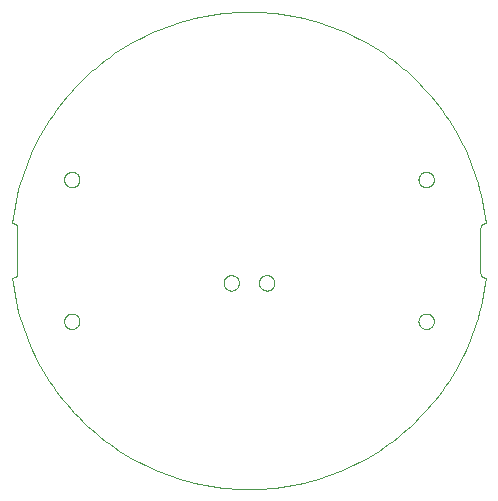
<source format=gko>
G75*
%MOIN*%
%OFA0B0*%
%FSLAX25Y25*%
%IPPOS*%
%LPD*%
%AMOC8*
5,1,8,0,0,1.08239X$1,22.5*
%
%ADD10C,0.00000*%
%ADD11C,0.00039*%
D10*
X0044163Y0082549D02*
X0044165Y0082650D01*
X0044171Y0082751D01*
X0044181Y0082852D01*
X0044195Y0082952D01*
X0044213Y0083051D01*
X0044235Y0083150D01*
X0044260Y0083248D01*
X0044290Y0083345D01*
X0044323Y0083440D01*
X0044360Y0083534D01*
X0044401Y0083627D01*
X0044445Y0083718D01*
X0044493Y0083807D01*
X0044545Y0083894D01*
X0044600Y0083979D01*
X0044658Y0084061D01*
X0044719Y0084142D01*
X0044784Y0084220D01*
X0044851Y0084295D01*
X0044921Y0084367D01*
X0044995Y0084437D01*
X0045071Y0084504D01*
X0045149Y0084568D01*
X0045230Y0084628D01*
X0045313Y0084685D01*
X0045399Y0084739D01*
X0045487Y0084790D01*
X0045576Y0084837D01*
X0045667Y0084881D01*
X0045760Y0084920D01*
X0045855Y0084957D01*
X0045950Y0084989D01*
X0046047Y0085018D01*
X0046146Y0085042D01*
X0046244Y0085063D01*
X0046344Y0085080D01*
X0046444Y0085093D01*
X0046545Y0085102D01*
X0046646Y0085107D01*
X0046747Y0085108D01*
X0046848Y0085105D01*
X0046949Y0085098D01*
X0047050Y0085087D01*
X0047150Y0085072D01*
X0047249Y0085053D01*
X0047348Y0085030D01*
X0047445Y0085004D01*
X0047542Y0084973D01*
X0047637Y0084939D01*
X0047730Y0084901D01*
X0047823Y0084859D01*
X0047913Y0084814D01*
X0048002Y0084765D01*
X0048088Y0084713D01*
X0048172Y0084657D01*
X0048255Y0084598D01*
X0048334Y0084536D01*
X0048412Y0084471D01*
X0048486Y0084403D01*
X0048558Y0084331D01*
X0048627Y0084258D01*
X0048693Y0084181D01*
X0048756Y0084102D01*
X0048816Y0084020D01*
X0048872Y0083936D01*
X0048925Y0083850D01*
X0048975Y0083762D01*
X0049021Y0083672D01*
X0049064Y0083581D01*
X0049103Y0083487D01*
X0049138Y0083392D01*
X0049169Y0083296D01*
X0049197Y0083199D01*
X0049221Y0083101D01*
X0049241Y0083002D01*
X0049257Y0082902D01*
X0049269Y0082801D01*
X0049277Y0082701D01*
X0049281Y0082600D01*
X0049281Y0082498D01*
X0049277Y0082397D01*
X0049269Y0082297D01*
X0049257Y0082196D01*
X0049241Y0082096D01*
X0049221Y0081997D01*
X0049197Y0081899D01*
X0049169Y0081802D01*
X0049138Y0081706D01*
X0049103Y0081611D01*
X0049064Y0081517D01*
X0049021Y0081426D01*
X0048975Y0081336D01*
X0048925Y0081248D01*
X0048872Y0081162D01*
X0048816Y0081078D01*
X0048756Y0080996D01*
X0048693Y0080917D01*
X0048627Y0080840D01*
X0048558Y0080767D01*
X0048486Y0080695D01*
X0048412Y0080627D01*
X0048334Y0080562D01*
X0048255Y0080500D01*
X0048172Y0080441D01*
X0048088Y0080385D01*
X0048001Y0080333D01*
X0047913Y0080284D01*
X0047823Y0080239D01*
X0047730Y0080197D01*
X0047637Y0080159D01*
X0047542Y0080125D01*
X0047445Y0080094D01*
X0047348Y0080068D01*
X0047249Y0080045D01*
X0047150Y0080026D01*
X0047050Y0080011D01*
X0046949Y0080000D01*
X0046848Y0079993D01*
X0046747Y0079990D01*
X0046646Y0079991D01*
X0046545Y0079996D01*
X0046444Y0080005D01*
X0046344Y0080018D01*
X0046244Y0080035D01*
X0046146Y0080056D01*
X0046047Y0080080D01*
X0045950Y0080109D01*
X0045855Y0080141D01*
X0045760Y0080178D01*
X0045667Y0080217D01*
X0045576Y0080261D01*
X0045487Y0080308D01*
X0045399Y0080359D01*
X0045313Y0080413D01*
X0045230Y0080470D01*
X0045149Y0080530D01*
X0045071Y0080594D01*
X0044995Y0080661D01*
X0044921Y0080731D01*
X0044851Y0080803D01*
X0044784Y0080878D01*
X0044719Y0080956D01*
X0044658Y0081037D01*
X0044600Y0081119D01*
X0044545Y0081204D01*
X0044493Y0081291D01*
X0044445Y0081380D01*
X0044401Y0081471D01*
X0044360Y0081564D01*
X0044323Y0081658D01*
X0044290Y0081753D01*
X0044260Y0081850D01*
X0044235Y0081948D01*
X0044213Y0082047D01*
X0044195Y0082146D01*
X0044181Y0082246D01*
X0044171Y0082347D01*
X0044165Y0082448D01*
X0044163Y0082549D01*
X0044163Y0129793D02*
X0044165Y0129894D01*
X0044171Y0129995D01*
X0044181Y0130096D01*
X0044195Y0130196D01*
X0044213Y0130295D01*
X0044235Y0130394D01*
X0044260Y0130492D01*
X0044290Y0130589D01*
X0044323Y0130684D01*
X0044360Y0130778D01*
X0044401Y0130871D01*
X0044445Y0130962D01*
X0044493Y0131051D01*
X0044545Y0131138D01*
X0044600Y0131223D01*
X0044658Y0131305D01*
X0044719Y0131386D01*
X0044784Y0131464D01*
X0044851Y0131539D01*
X0044921Y0131611D01*
X0044995Y0131681D01*
X0045071Y0131748D01*
X0045149Y0131812D01*
X0045230Y0131872D01*
X0045313Y0131929D01*
X0045399Y0131983D01*
X0045487Y0132034D01*
X0045576Y0132081D01*
X0045667Y0132125D01*
X0045760Y0132164D01*
X0045855Y0132201D01*
X0045950Y0132233D01*
X0046047Y0132262D01*
X0046146Y0132286D01*
X0046244Y0132307D01*
X0046344Y0132324D01*
X0046444Y0132337D01*
X0046545Y0132346D01*
X0046646Y0132351D01*
X0046747Y0132352D01*
X0046848Y0132349D01*
X0046949Y0132342D01*
X0047050Y0132331D01*
X0047150Y0132316D01*
X0047249Y0132297D01*
X0047348Y0132274D01*
X0047445Y0132248D01*
X0047542Y0132217D01*
X0047637Y0132183D01*
X0047730Y0132145D01*
X0047823Y0132103D01*
X0047913Y0132058D01*
X0048002Y0132009D01*
X0048088Y0131957D01*
X0048172Y0131901D01*
X0048255Y0131842D01*
X0048334Y0131780D01*
X0048412Y0131715D01*
X0048486Y0131647D01*
X0048558Y0131575D01*
X0048627Y0131502D01*
X0048693Y0131425D01*
X0048756Y0131346D01*
X0048816Y0131264D01*
X0048872Y0131180D01*
X0048925Y0131094D01*
X0048975Y0131006D01*
X0049021Y0130916D01*
X0049064Y0130825D01*
X0049103Y0130731D01*
X0049138Y0130636D01*
X0049169Y0130540D01*
X0049197Y0130443D01*
X0049221Y0130345D01*
X0049241Y0130246D01*
X0049257Y0130146D01*
X0049269Y0130045D01*
X0049277Y0129945D01*
X0049281Y0129844D01*
X0049281Y0129742D01*
X0049277Y0129641D01*
X0049269Y0129541D01*
X0049257Y0129440D01*
X0049241Y0129340D01*
X0049221Y0129241D01*
X0049197Y0129143D01*
X0049169Y0129046D01*
X0049138Y0128950D01*
X0049103Y0128855D01*
X0049064Y0128761D01*
X0049021Y0128670D01*
X0048975Y0128580D01*
X0048925Y0128492D01*
X0048872Y0128406D01*
X0048816Y0128322D01*
X0048756Y0128240D01*
X0048693Y0128161D01*
X0048627Y0128084D01*
X0048558Y0128011D01*
X0048486Y0127939D01*
X0048412Y0127871D01*
X0048334Y0127806D01*
X0048255Y0127744D01*
X0048172Y0127685D01*
X0048088Y0127629D01*
X0048001Y0127577D01*
X0047913Y0127528D01*
X0047823Y0127483D01*
X0047730Y0127441D01*
X0047637Y0127403D01*
X0047542Y0127369D01*
X0047445Y0127338D01*
X0047348Y0127312D01*
X0047249Y0127289D01*
X0047150Y0127270D01*
X0047050Y0127255D01*
X0046949Y0127244D01*
X0046848Y0127237D01*
X0046747Y0127234D01*
X0046646Y0127235D01*
X0046545Y0127240D01*
X0046444Y0127249D01*
X0046344Y0127262D01*
X0046244Y0127279D01*
X0046146Y0127300D01*
X0046047Y0127324D01*
X0045950Y0127353D01*
X0045855Y0127385D01*
X0045760Y0127422D01*
X0045667Y0127461D01*
X0045576Y0127505D01*
X0045487Y0127552D01*
X0045399Y0127603D01*
X0045313Y0127657D01*
X0045230Y0127714D01*
X0045149Y0127774D01*
X0045071Y0127838D01*
X0044995Y0127905D01*
X0044921Y0127975D01*
X0044851Y0128047D01*
X0044784Y0128122D01*
X0044719Y0128200D01*
X0044658Y0128281D01*
X0044600Y0128363D01*
X0044545Y0128448D01*
X0044493Y0128535D01*
X0044445Y0128624D01*
X0044401Y0128715D01*
X0044360Y0128808D01*
X0044323Y0128902D01*
X0044290Y0128997D01*
X0044260Y0129094D01*
X0044235Y0129192D01*
X0044213Y0129291D01*
X0044195Y0129390D01*
X0044181Y0129490D01*
X0044171Y0129591D01*
X0044165Y0129692D01*
X0044163Y0129793D01*
X0097313Y0095344D02*
X0097315Y0095445D01*
X0097321Y0095546D01*
X0097331Y0095647D01*
X0097345Y0095747D01*
X0097363Y0095846D01*
X0097385Y0095945D01*
X0097410Y0096043D01*
X0097440Y0096140D01*
X0097473Y0096235D01*
X0097510Y0096329D01*
X0097551Y0096422D01*
X0097595Y0096513D01*
X0097643Y0096602D01*
X0097695Y0096689D01*
X0097750Y0096774D01*
X0097808Y0096856D01*
X0097869Y0096937D01*
X0097934Y0097015D01*
X0098001Y0097090D01*
X0098071Y0097162D01*
X0098145Y0097232D01*
X0098221Y0097299D01*
X0098299Y0097363D01*
X0098380Y0097423D01*
X0098463Y0097480D01*
X0098549Y0097534D01*
X0098637Y0097585D01*
X0098726Y0097632D01*
X0098817Y0097676D01*
X0098910Y0097715D01*
X0099005Y0097752D01*
X0099100Y0097784D01*
X0099197Y0097813D01*
X0099296Y0097837D01*
X0099394Y0097858D01*
X0099494Y0097875D01*
X0099594Y0097888D01*
X0099695Y0097897D01*
X0099796Y0097902D01*
X0099897Y0097903D01*
X0099998Y0097900D01*
X0100099Y0097893D01*
X0100200Y0097882D01*
X0100300Y0097867D01*
X0100399Y0097848D01*
X0100498Y0097825D01*
X0100595Y0097799D01*
X0100692Y0097768D01*
X0100787Y0097734D01*
X0100880Y0097696D01*
X0100973Y0097654D01*
X0101063Y0097609D01*
X0101152Y0097560D01*
X0101238Y0097508D01*
X0101322Y0097452D01*
X0101405Y0097393D01*
X0101484Y0097331D01*
X0101562Y0097266D01*
X0101636Y0097198D01*
X0101708Y0097126D01*
X0101777Y0097053D01*
X0101843Y0096976D01*
X0101906Y0096897D01*
X0101966Y0096815D01*
X0102022Y0096731D01*
X0102075Y0096645D01*
X0102125Y0096557D01*
X0102171Y0096467D01*
X0102214Y0096376D01*
X0102253Y0096282D01*
X0102288Y0096187D01*
X0102319Y0096091D01*
X0102347Y0095994D01*
X0102371Y0095896D01*
X0102391Y0095797D01*
X0102407Y0095697D01*
X0102419Y0095596D01*
X0102427Y0095496D01*
X0102431Y0095395D01*
X0102431Y0095293D01*
X0102427Y0095192D01*
X0102419Y0095092D01*
X0102407Y0094991D01*
X0102391Y0094891D01*
X0102371Y0094792D01*
X0102347Y0094694D01*
X0102319Y0094597D01*
X0102288Y0094501D01*
X0102253Y0094406D01*
X0102214Y0094312D01*
X0102171Y0094221D01*
X0102125Y0094131D01*
X0102075Y0094043D01*
X0102022Y0093957D01*
X0101966Y0093873D01*
X0101906Y0093791D01*
X0101843Y0093712D01*
X0101777Y0093635D01*
X0101708Y0093562D01*
X0101636Y0093490D01*
X0101562Y0093422D01*
X0101484Y0093357D01*
X0101405Y0093295D01*
X0101322Y0093236D01*
X0101238Y0093180D01*
X0101151Y0093128D01*
X0101063Y0093079D01*
X0100973Y0093034D01*
X0100880Y0092992D01*
X0100787Y0092954D01*
X0100692Y0092920D01*
X0100595Y0092889D01*
X0100498Y0092863D01*
X0100399Y0092840D01*
X0100300Y0092821D01*
X0100200Y0092806D01*
X0100099Y0092795D01*
X0099998Y0092788D01*
X0099897Y0092785D01*
X0099796Y0092786D01*
X0099695Y0092791D01*
X0099594Y0092800D01*
X0099494Y0092813D01*
X0099394Y0092830D01*
X0099296Y0092851D01*
X0099197Y0092875D01*
X0099100Y0092904D01*
X0099005Y0092936D01*
X0098910Y0092973D01*
X0098817Y0093012D01*
X0098726Y0093056D01*
X0098637Y0093103D01*
X0098549Y0093154D01*
X0098463Y0093208D01*
X0098380Y0093265D01*
X0098299Y0093325D01*
X0098221Y0093389D01*
X0098145Y0093456D01*
X0098071Y0093526D01*
X0098001Y0093598D01*
X0097934Y0093673D01*
X0097869Y0093751D01*
X0097808Y0093832D01*
X0097750Y0093914D01*
X0097695Y0093999D01*
X0097643Y0094086D01*
X0097595Y0094175D01*
X0097551Y0094266D01*
X0097510Y0094359D01*
X0097473Y0094453D01*
X0097440Y0094548D01*
X0097410Y0094645D01*
X0097385Y0094743D01*
X0097363Y0094842D01*
X0097345Y0094941D01*
X0097331Y0095041D01*
X0097321Y0095142D01*
X0097315Y0095243D01*
X0097313Y0095344D01*
X0109124Y0095344D02*
X0109126Y0095445D01*
X0109132Y0095546D01*
X0109142Y0095647D01*
X0109156Y0095747D01*
X0109174Y0095846D01*
X0109196Y0095945D01*
X0109221Y0096043D01*
X0109251Y0096140D01*
X0109284Y0096235D01*
X0109321Y0096329D01*
X0109362Y0096422D01*
X0109406Y0096513D01*
X0109454Y0096602D01*
X0109506Y0096689D01*
X0109561Y0096774D01*
X0109619Y0096856D01*
X0109680Y0096937D01*
X0109745Y0097015D01*
X0109812Y0097090D01*
X0109882Y0097162D01*
X0109956Y0097232D01*
X0110032Y0097299D01*
X0110110Y0097363D01*
X0110191Y0097423D01*
X0110274Y0097480D01*
X0110360Y0097534D01*
X0110448Y0097585D01*
X0110537Y0097632D01*
X0110628Y0097676D01*
X0110721Y0097715D01*
X0110816Y0097752D01*
X0110911Y0097784D01*
X0111008Y0097813D01*
X0111107Y0097837D01*
X0111205Y0097858D01*
X0111305Y0097875D01*
X0111405Y0097888D01*
X0111506Y0097897D01*
X0111607Y0097902D01*
X0111708Y0097903D01*
X0111809Y0097900D01*
X0111910Y0097893D01*
X0112011Y0097882D01*
X0112111Y0097867D01*
X0112210Y0097848D01*
X0112309Y0097825D01*
X0112406Y0097799D01*
X0112503Y0097768D01*
X0112598Y0097734D01*
X0112691Y0097696D01*
X0112784Y0097654D01*
X0112874Y0097609D01*
X0112963Y0097560D01*
X0113049Y0097508D01*
X0113133Y0097452D01*
X0113216Y0097393D01*
X0113295Y0097331D01*
X0113373Y0097266D01*
X0113447Y0097198D01*
X0113519Y0097126D01*
X0113588Y0097053D01*
X0113654Y0096976D01*
X0113717Y0096897D01*
X0113777Y0096815D01*
X0113833Y0096731D01*
X0113886Y0096645D01*
X0113936Y0096557D01*
X0113982Y0096467D01*
X0114025Y0096376D01*
X0114064Y0096282D01*
X0114099Y0096187D01*
X0114130Y0096091D01*
X0114158Y0095994D01*
X0114182Y0095896D01*
X0114202Y0095797D01*
X0114218Y0095697D01*
X0114230Y0095596D01*
X0114238Y0095496D01*
X0114242Y0095395D01*
X0114242Y0095293D01*
X0114238Y0095192D01*
X0114230Y0095092D01*
X0114218Y0094991D01*
X0114202Y0094891D01*
X0114182Y0094792D01*
X0114158Y0094694D01*
X0114130Y0094597D01*
X0114099Y0094501D01*
X0114064Y0094406D01*
X0114025Y0094312D01*
X0113982Y0094221D01*
X0113936Y0094131D01*
X0113886Y0094043D01*
X0113833Y0093957D01*
X0113777Y0093873D01*
X0113717Y0093791D01*
X0113654Y0093712D01*
X0113588Y0093635D01*
X0113519Y0093562D01*
X0113447Y0093490D01*
X0113373Y0093422D01*
X0113295Y0093357D01*
X0113216Y0093295D01*
X0113133Y0093236D01*
X0113049Y0093180D01*
X0112962Y0093128D01*
X0112874Y0093079D01*
X0112784Y0093034D01*
X0112691Y0092992D01*
X0112598Y0092954D01*
X0112503Y0092920D01*
X0112406Y0092889D01*
X0112309Y0092863D01*
X0112210Y0092840D01*
X0112111Y0092821D01*
X0112011Y0092806D01*
X0111910Y0092795D01*
X0111809Y0092788D01*
X0111708Y0092785D01*
X0111607Y0092786D01*
X0111506Y0092791D01*
X0111405Y0092800D01*
X0111305Y0092813D01*
X0111205Y0092830D01*
X0111107Y0092851D01*
X0111008Y0092875D01*
X0110911Y0092904D01*
X0110816Y0092936D01*
X0110721Y0092973D01*
X0110628Y0093012D01*
X0110537Y0093056D01*
X0110448Y0093103D01*
X0110360Y0093154D01*
X0110274Y0093208D01*
X0110191Y0093265D01*
X0110110Y0093325D01*
X0110032Y0093389D01*
X0109956Y0093456D01*
X0109882Y0093526D01*
X0109812Y0093598D01*
X0109745Y0093673D01*
X0109680Y0093751D01*
X0109619Y0093832D01*
X0109561Y0093914D01*
X0109506Y0093999D01*
X0109454Y0094086D01*
X0109406Y0094175D01*
X0109362Y0094266D01*
X0109321Y0094359D01*
X0109284Y0094453D01*
X0109251Y0094548D01*
X0109221Y0094645D01*
X0109196Y0094743D01*
X0109174Y0094842D01*
X0109156Y0094941D01*
X0109142Y0095041D01*
X0109132Y0095142D01*
X0109126Y0095243D01*
X0109124Y0095344D01*
X0162274Y0082549D02*
X0162276Y0082650D01*
X0162282Y0082751D01*
X0162292Y0082852D01*
X0162306Y0082952D01*
X0162324Y0083051D01*
X0162346Y0083150D01*
X0162371Y0083248D01*
X0162401Y0083345D01*
X0162434Y0083440D01*
X0162471Y0083534D01*
X0162512Y0083627D01*
X0162556Y0083718D01*
X0162604Y0083807D01*
X0162656Y0083894D01*
X0162711Y0083979D01*
X0162769Y0084061D01*
X0162830Y0084142D01*
X0162895Y0084220D01*
X0162962Y0084295D01*
X0163032Y0084367D01*
X0163106Y0084437D01*
X0163182Y0084504D01*
X0163260Y0084568D01*
X0163341Y0084628D01*
X0163424Y0084685D01*
X0163510Y0084739D01*
X0163598Y0084790D01*
X0163687Y0084837D01*
X0163778Y0084881D01*
X0163871Y0084920D01*
X0163966Y0084957D01*
X0164061Y0084989D01*
X0164158Y0085018D01*
X0164257Y0085042D01*
X0164355Y0085063D01*
X0164455Y0085080D01*
X0164555Y0085093D01*
X0164656Y0085102D01*
X0164757Y0085107D01*
X0164858Y0085108D01*
X0164959Y0085105D01*
X0165060Y0085098D01*
X0165161Y0085087D01*
X0165261Y0085072D01*
X0165360Y0085053D01*
X0165459Y0085030D01*
X0165556Y0085004D01*
X0165653Y0084973D01*
X0165748Y0084939D01*
X0165841Y0084901D01*
X0165934Y0084859D01*
X0166024Y0084814D01*
X0166113Y0084765D01*
X0166199Y0084713D01*
X0166283Y0084657D01*
X0166366Y0084598D01*
X0166445Y0084536D01*
X0166523Y0084471D01*
X0166597Y0084403D01*
X0166669Y0084331D01*
X0166738Y0084258D01*
X0166804Y0084181D01*
X0166867Y0084102D01*
X0166927Y0084020D01*
X0166983Y0083936D01*
X0167036Y0083850D01*
X0167086Y0083762D01*
X0167132Y0083672D01*
X0167175Y0083581D01*
X0167214Y0083487D01*
X0167249Y0083392D01*
X0167280Y0083296D01*
X0167308Y0083199D01*
X0167332Y0083101D01*
X0167352Y0083002D01*
X0167368Y0082902D01*
X0167380Y0082801D01*
X0167388Y0082701D01*
X0167392Y0082600D01*
X0167392Y0082498D01*
X0167388Y0082397D01*
X0167380Y0082297D01*
X0167368Y0082196D01*
X0167352Y0082096D01*
X0167332Y0081997D01*
X0167308Y0081899D01*
X0167280Y0081802D01*
X0167249Y0081706D01*
X0167214Y0081611D01*
X0167175Y0081517D01*
X0167132Y0081426D01*
X0167086Y0081336D01*
X0167036Y0081248D01*
X0166983Y0081162D01*
X0166927Y0081078D01*
X0166867Y0080996D01*
X0166804Y0080917D01*
X0166738Y0080840D01*
X0166669Y0080767D01*
X0166597Y0080695D01*
X0166523Y0080627D01*
X0166445Y0080562D01*
X0166366Y0080500D01*
X0166283Y0080441D01*
X0166199Y0080385D01*
X0166112Y0080333D01*
X0166024Y0080284D01*
X0165934Y0080239D01*
X0165841Y0080197D01*
X0165748Y0080159D01*
X0165653Y0080125D01*
X0165556Y0080094D01*
X0165459Y0080068D01*
X0165360Y0080045D01*
X0165261Y0080026D01*
X0165161Y0080011D01*
X0165060Y0080000D01*
X0164959Y0079993D01*
X0164858Y0079990D01*
X0164757Y0079991D01*
X0164656Y0079996D01*
X0164555Y0080005D01*
X0164455Y0080018D01*
X0164355Y0080035D01*
X0164257Y0080056D01*
X0164158Y0080080D01*
X0164061Y0080109D01*
X0163966Y0080141D01*
X0163871Y0080178D01*
X0163778Y0080217D01*
X0163687Y0080261D01*
X0163598Y0080308D01*
X0163510Y0080359D01*
X0163424Y0080413D01*
X0163341Y0080470D01*
X0163260Y0080530D01*
X0163182Y0080594D01*
X0163106Y0080661D01*
X0163032Y0080731D01*
X0162962Y0080803D01*
X0162895Y0080878D01*
X0162830Y0080956D01*
X0162769Y0081037D01*
X0162711Y0081119D01*
X0162656Y0081204D01*
X0162604Y0081291D01*
X0162556Y0081380D01*
X0162512Y0081471D01*
X0162471Y0081564D01*
X0162434Y0081658D01*
X0162401Y0081753D01*
X0162371Y0081850D01*
X0162346Y0081948D01*
X0162324Y0082047D01*
X0162306Y0082146D01*
X0162292Y0082246D01*
X0162282Y0082347D01*
X0162276Y0082448D01*
X0162274Y0082549D01*
X0162274Y0129793D02*
X0162276Y0129894D01*
X0162282Y0129995D01*
X0162292Y0130096D01*
X0162306Y0130196D01*
X0162324Y0130295D01*
X0162346Y0130394D01*
X0162371Y0130492D01*
X0162401Y0130589D01*
X0162434Y0130684D01*
X0162471Y0130778D01*
X0162512Y0130871D01*
X0162556Y0130962D01*
X0162604Y0131051D01*
X0162656Y0131138D01*
X0162711Y0131223D01*
X0162769Y0131305D01*
X0162830Y0131386D01*
X0162895Y0131464D01*
X0162962Y0131539D01*
X0163032Y0131611D01*
X0163106Y0131681D01*
X0163182Y0131748D01*
X0163260Y0131812D01*
X0163341Y0131872D01*
X0163424Y0131929D01*
X0163510Y0131983D01*
X0163598Y0132034D01*
X0163687Y0132081D01*
X0163778Y0132125D01*
X0163871Y0132164D01*
X0163966Y0132201D01*
X0164061Y0132233D01*
X0164158Y0132262D01*
X0164257Y0132286D01*
X0164355Y0132307D01*
X0164455Y0132324D01*
X0164555Y0132337D01*
X0164656Y0132346D01*
X0164757Y0132351D01*
X0164858Y0132352D01*
X0164959Y0132349D01*
X0165060Y0132342D01*
X0165161Y0132331D01*
X0165261Y0132316D01*
X0165360Y0132297D01*
X0165459Y0132274D01*
X0165556Y0132248D01*
X0165653Y0132217D01*
X0165748Y0132183D01*
X0165841Y0132145D01*
X0165934Y0132103D01*
X0166024Y0132058D01*
X0166113Y0132009D01*
X0166199Y0131957D01*
X0166283Y0131901D01*
X0166366Y0131842D01*
X0166445Y0131780D01*
X0166523Y0131715D01*
X0166597Y0131647D01*
X0166669Y0131575D01*
X0166738Y0131502D01*
X0166804Y0131425D01*
X0166867Y0131346D01*
X0166927Y0131264D01*
X0166983Y0131180D01*
X0167036Y0131094D01*
X0167086Y0131006D01*
X0167132Y0130916D01*
X0167175Y0130825D01*
X0167214Y0130731D01*
X0167249Y0130636D01*
X0167280Y0130540D01*
X0167308Y0130443D01*
X0167332Y0130345D01*
X0167352Y0130246D01*
X0167368Y0130146D01*
X0167380Y0130045D01*
X0167388Y0129945D01*
X0167392Y0129844D01*
X0167392Y0129742D01*
X0167388Y0129641D01*
X0167380Y0129541D01*
X0167368Y0129440D01*
X0167352Y0129340D01*
X0167332Y0129241D01*
X0167308Y0129143D01*
X0167280Y0129046D01*
X0167249Y0128950D01*
X0167214Y0128855D01*
X0167175Y0128761D01*
X0167132Y0128670D01*
X0167086Y0128580D01*
X0167036Y0128492D01*
X0166983Y0128406D01*
X0166927Y0128322D01*
X0166867Y0128240D01*
X0166804Y0128161D01*
X0166738Y0128084D01*
X0166669Y0128011D01*
X0166597Y0127939D01*
X0166523Y0127871D01*
X0166445Y0127806D01*
X0166366Y0127744D01*
X0166283Y0127685D01*
X0166199Y0127629D01*
X0166112Y0127577D01*
X0166024Y0127528D01*
X0165934Y0127483D01*
X0165841Y0127441D01*
X0165748Y0127403D01*
X0165653Y0127369D01*
X0165556Y0127338D01*
X0165459Y0127312D01*
X0165360Y0127289D01*
X0165261Y0127270D01*
X0165161Y0127255D01*
X0165060Y0127244D01*
X0164959Y0127237D01*
X0164858Y0127234D01*
X0164757Y0127235D01*
X0164656Y0127240D01*
X0164555Y0127249D01*
X0164455Y0127262D01*
X0164355Y0127279D01*
X0164257Y0127300D01*
X0164158Y0127324D01*
X0164061Y0127353D01*
X0163966Y0127385D01*
X0163871Y0127422D01*
X0163778Y0127461D01*
X0163687Y0127505D01*
X0163598Y0127552D01*
X0163510Y0127603D01*
X0163424Y0127657D01*
X0163341Y0127714D01*
X0163260Y0127774D01*
X0163182Y0127838D01*
X0163106Y0127905D01*
X0163032Y0127975D01*
X0162962Y0128047D01*
X0162895Y0128122D01*
X0162830Y0128200D01*
X0162769Y0128281D01*
X0162711Y0128363D01*
X0162656Y0128448D01*
X0162604Y0128535D01*
X0162556Y0128624D01*
X0162512Y0128715D01*
X0162471Y0128808D01*
X0162434Y0128902D01*
X0162401Y0128997D01*
X0162371Y0129094D01*
X0162346Y0129192D01*
X0162324Y0129291D01*
X0162306Y0129390D01*
X0162292Y0129490D01*
X0162282Y0129591D01*
X0162276Y0129692D01*
X0162274Y0129793D01*
D11*
X0182943Y0113652D02*
X0182943Y0098691D01*
X0182945Y0098614D01*
X0182951Y0098537D01*
X0182960Y0098460D01*
X0182973Y0098384D01*
X0182990Y0098308D01*
X0183011Y0098234D01*
X0183035Y0098160D01*
X0183063Y0098088D01*
X0183094Y0098018D01*
X0183129Y0097949D01*
X0183167Y0097881D01*
X0183208Y0097816D01*
X0183253Y0097753D01*
X0183301Y0097692D01*
X0183351Y0097633D01*
X0183404Y0097577D01*
X0183460Y0097524D01*
X0183519Y0097474D01*
X0183580Y0097426D01*
X0183643Y0097381D01*
X0183708Y0097340D01*
X0183776Y0097302D01*
X0183845Y0097267D01*
X0183915Y0097236D01*
X0183987Y0097208D01*
X0184061Y0097184D01*
X0184135Y0097163D01*
X0184211Y0097146D01*
X0184287Y0097133D01*
X0184364Y0097124D01*
X0184441Y0097118D01*
X0184518Y0097116D01*
X0184793Y0097116D01*
X0182943Y0113652D02*
X0182945Y0113729D01*
X0182951Y0113806D01*
X0182960Y0113883D01*
X0182973Y0113959D01*
X0182990Y0114035D01*
X0183011Y0114109D01*
X0183035Y0114183D01*
X0183063Y0114255D01*
X0183094Y0114325D01*
X0183129Y0114394D01*
X0183167Y0114462D01*
X0183208Y0114527D01*
X0183253Y0114590D01*
X0183301Y0114651D01*
X0183351Y0114710D01*
X0183404Y0114766D01*
X0183460Y0114819D01*
X0183519Y0114869D01*
X0183580Y0114917D01*
X0183643Y0114962D01*
X0183708Y0115003D01*
X0183776Y0115041D01*
X0183845Y0115076D01*
X0183915Y0115107D01*
X0183987Y0115135D01*
X0184061Y0115159D01*
X0184135Y0115180D01*
X0184211Y0115197D01*
X0184287Y0115210D01*
X0184364Y0115219D01*
X0184441Y0115225D01*
X0184518Y0115227D01*
X0184518Y0115226D02*
X0184793Y0115226D01*
X0184794Y0097116D02*
X0184548Y0095184D01*
X0184256Y0093259D01*
X0183916Y0091342D01*
X0183530Y0089434D01*
X0183097Y0087535D01*
X0182618Y0085648D01*
X0182092Y0083773D01*
X0181521Y0081912D01*
X0180904Y0080065D01*
X0180243Y0078234D01*
X0179537Y0076419D01*
X0178786Y0074623D01*
X0177992Y0072845D01*
X0177155Y0071087D01*
X0176274Y0069350D01*
X0175352Y0067635D01*
X0174388Y0065944D01*
X0173382Y0064276D01*
X0172336Y0062634D01*
X0171251Y0061018D01*
X0170126Y0059428D01*
X0168962Y0057867D01*
X0167761Y0056335D01*
X0166522Y0054833D01*
X0165247Y0053361D01*
X0163937Y0051921D01*
X0162591Y0050514D01*
X0161212Y0049139D01*
X0159799Y0047800D01*
X0158354Y0046495D01*
X0156877Y0045225D01*
X0155370Y0043993D01*
X0153833Y0042797D01*
X0152267Y0041640D01*
X0150674Y0040521D01*
X0149053Y0039442D01*
X0147407Y0038403D01*
X0145735Y0037404D01*
X0144040Y0036446D01*
X0142321Y0035531D01*
X0140581Y0034657D01*
X0138820Y0033827D01*
X0137039Y0033039D01*
X0135240Y0032296D01*
X0133422Y0031597D01*
X0131589Y0030943D01*
X0129739Y0030333D01*
X0127876Y0029769D01*
X0125999Y0029251D01*
X0124110Y0028779D01*
X0122210Y0028354D01*
X0120300Y0027975D01*
X0118381Y0027643D01*
X0116455Y0027358D01*
X0114522Y0027120D01*
X0112585Y0026930D01*
X0110643Y0026787D01*
X0108698Y0026692D01*
X0106752Y0026644D01*
X0104804Y0026644D01*
X0102858Y0026692D01*
X0100913Y0026787D01*
X0098971Y0026930D01*
X0097034Y0027120D01*
X0095101Y0027358D01*
X0093175Y0027643D01*
X0091256Y0027975D01*
X0089346Y0028354D01*
X0087446Y0028779D01*
X0085557Y0029251D01*
X0083680Y0029769D01*
X0081817Y0030333D01*
X0079967Y0030943D01*
X0078134Y0031597D01*
X0076316Y0032296D01*
X0074517Y0033039D01*
X0072736Y0033827D01*
X0070975Y0034657D01*
X0069235Y0035531D01*
X0067516Y0036446D01*
X0065821Y0037404D01*
X0064149Y0038403D01*
X0062503Y0039442D01*
X0060882Y0040521D01*
X0059289Y0041640D01*
X0057723Y0042797D01*
X0056186Y0043993D01*
X0054679Y0045225D01*
X0053202Y0046495D01*
X0051757Y0047800D01*
X0050344Y0049139D01*
X0048965Y0050514D01*
X0047619Y0051921D01*
X0046309Y0053361D01*
X0045034Y0054833D01*
X0043795Y0056335D01*
X0042594Y0057867D01*
X0041430Y0059428D01*
X0040305Y0061018D01*
X0039220Y0062634D01*
X0038174Y0064276D01*
X0037168Y0065944D01*
X0036204Y0067635D01*
X0035282Y0069350D01*
X0034401Y0071087D01*
X0033564Y0072845D01*
X0032770Y0074622D01*
X0032019Y0076419D01*
X0031313Y0078234D01*
X0030652Y0080065D01*
X0030035Y0081912D01*
X0029464Y0083773D01*
X0028938Y0085648D01*
X0028459Y0087535D01*
X0028026Y0089434D01*
X0027640Y0091342D01*
X0027300Y0093259D01*
X0027008Y0095184D01*
X0026762Y0097116D01*
X0027037Y0097116D01*
X0027114Y0097118D01*
X0027191Y0097124D01*
X0027268Y0097133D01*
X0027344Y0097146D01*
X0027420Y0097163D01*
X0027494Y0097184D01*
X0027568Y0097208D01*
X0027640Y0097236D01*
X0027710Y0097267D01*
X0027779Y0097302D01*
X0027847Y0097340D01*
X0027912Y0097381D01*
X0027975Y0097426D01*
X0028036Y0097474D01*
X0028095Y0097524D01*
X0028151Y0097577D01*
X0028204Y0097633D01*
X0028254Y0097692D01*
X0028302Y0097753D01*
X0028347Y0097816D01*
X0028388Y0097881D01*
X0028426Y0097949D01*
X0028461Y0098018D01*
X0028492Y0098088D01*
X0028520Y0098160D01*
X0028544Y0098234D01*
X0028565Y0098308D01*
X0028582Y0098384D01*
X0028595Y0098460D01*
X0028604Y0098537D01*
X0028610Y0098614D01*
X0028612Y0098691D01*
X0028612Y0113652D01*
X0028610Y0113729D01*
X0028604Y0113806D01*
X0028595Y0113883D01*
X0028582Y0113959D01*
X0028565Y0114035D01*
X0028544Y0114109D01*
X0028520Y0114183D01*
X0028492Y0114255D01*
X0028461Y0114325D01*
X0028426Y0114394D01*
X0028388Y0114462D01*
X0028347Y0114527D01*
X0028302Y0114590D01*
X0028254Y0114651D01*
X0028204Y0114710D01*
X0028151Y0114766D01*
X0028095Y0114819D01*
X0028036Y0114869D01*
X0027975Y0114917D01*
X0027912Y0114962D01*
X0027847Y0115003D01*
X0027779Y0115041D01*
X0027710Y0115076D01*
X0027640Y0115107D01*
X0027568Y0115135D01*
X0027494Y0115159D01*
X0027420Y0115180D01*
X0027344Y0115197D01*
X0027268Y0115210D01*
X0027191Y0115219D01*
X0027114Y0115225D01*
X0027037Y0115227D01*
X0027037Y0115226D02*
X0026762Y0115226D01*
X0027008Y0117158D01*
X0027300Y0119083D01*
X0027640Y0121000D01*
X0028026Y0122908D01*
X0028459Y0124807D01*
X0028938Y0126694D01*
X0029464Y0128569D01*
X0030035Y0130430D01*
X0030652Y0132277D01*
X0031313Y0134108D01*
X0032019Y0135923D01*
X0032770Y0137719D01*
X0033564Y0139497D01*
X0034401Y0141255D01*
X0035282Y0142992D01*
X0036204Y0144707D01*
X0037168Y0146398D01*
X0038174Y0148066D01*
X0039220Y0149708D01*
X0040305Y0151324D01*
X0041430Y0152914D01*
X0042594Y0154475D01*
X0043795Y0156007D01*
X0045034Y0157509D01*
X0046309Y0158981D01*
X0047619Y0160421D01*
X0048965Y0161828D01*
X0050344Y0163203D01*
X0051757Y0164542D01*
X0053202Y0165847D01*
X0054679Y0167117D01*
X0056186Y0168349D01*
X0057723Y0169545D01*
X0059289Y0170702D01*
X0060882Y0171821D01*
X0062503Y0172900D01*
X0064149Y0173939D01*
X0065821Y0174938D01*
X0067516Y0175896D01*
X0069235Y0176811D01*
X0070975Y0177685D01*
X0072736Y0178515D01*
X0074517Y0179303D01*
X0076316Y0180046D01*
X0078134Y0180745D01*
X0079967Y0181399D01*
X0081817Y0182009D01*
X0083680Y0182573D01*
X0085557Y0183091D01*
X0087446Y0183563D01*
X0089346Y0183988D01*
X0091256Y0184367D01*
X0093175Y0184699D01*
X0095101Y0184984D01*
X0097034Y0185222D01*
X0098971Y0185412D01*
X0100913Y0185555D01*
X0102858Y0185650D01*
X0104804Y0185698D01*
X0106752Y0185698D01*
X0108698Y0185650D01*
X0110643Y0185555D01*
X0112585Y0185412D01*
X0114522Y0185222D01*
X0116455Y0184984D01*
X0118381Y0184699D01*
X0120300Y0184367D01*
X0122210Y0183988D01*
X0124110Y0183563D01*
X0125999Y0183091D01*
X0127876Y0182573D01*
X0129739Y0182009D01*
X0131589Y0181399D01*
X0133422Y0180745D01*
X0135240Y0180046D01*
X0137039Y0179303D01*
X0138820Y0178515D01*
X0140581Y0177685D01*
X0142321Y0176811D01*
X0144040Y0175896D01*
X0145735Y0174938D01*
X0147407Y0173939D01*
X0149053Y0172900D01*
X0150674Y0171821D01*
X0152267Y0170702D01*
X0153833Y0169545D01*
X0155370Y0168349D01*
X0156877Y0167117D01*
X0158354Y0165847D01*
X0159799Y0164542D01*
X0161212Y0163203D01*
X0162591Y0161828D01*
X0163937Y0160421D01*
X0165247Y0158981D01*
X0166522Y0157509D01*
X0167761Y0156007D01*
X0168962Y0154475D01*
X0170126Y0152914D01*
X0171251Y0151324D01*
X0172336Y0149708D01*
X0173382Y0148066D01*
X0174388Y0146398D01*
X0175352Y0144707D01*
X0176274Y0142992D01*
X0177155Y0141255D01*
X0177992Y0139497D01*
X0178786Y0137720D01*
X0179537Y0135923D01*
X0180243Y0134108D01*
X0180904Y0132277D01*
X0181521Y0130430D01*
X0182092Y0128569D01*
X0182618Y0126694D01*
X0183097Y0124807D01*
X0183530Y0122908D01*
X0183916Y0121000D01*
X0184256Y0119083D01*
X0184548Y0117158D01*
X0184794Y0115226D01*
M02*

</source>
